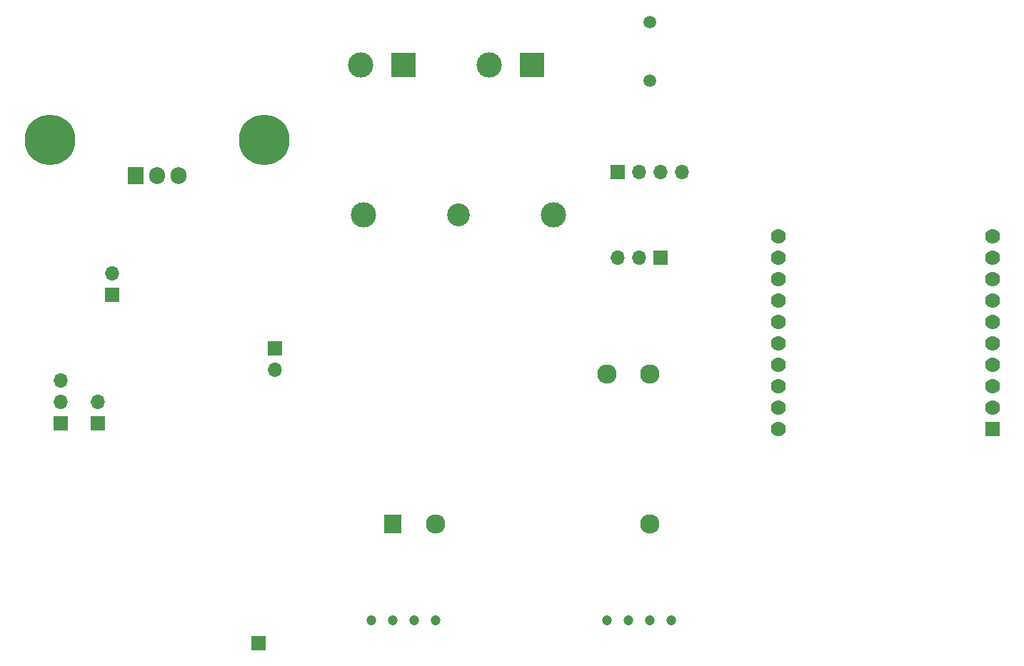
<source format=gbr>
%TF.GenerationSoftware,KiCad,Pcbnew,(7.0.0-0)*%
%TF.CreationDate,2023-11-16T12:34:27+01:00*%
%TF.ProjectId,bed-smart-plug,6265642d-736d-4617-9274-2d706c75672e,rev?*%
%TF.SameCoordinates,Original*%
%TF.FileFunction,Soldermask,Bot*%
%TF.FilePolarity,Negative*%
%FSLAX46Y46*%
G04 Gerber Fmt 4.6, Leading zero omitted, Abs format (unit mm)*
G04 Created by KiCad (PCBNEW (7.0.0-0)) date 2023-11-16 12:34:27*
%MOMM*%
%LPD*%
G01*
G04 APERTURE LIST*
%ADD10R,3.000000X3.000000*%
%ADD11C,3.000000*%
%ADD12R,1.700000X1.700000*%
%ADD13O,1.700000X1.700000*%
%ADD14C,1.200000*%
%ADD15C,6.000000*%
%ADD16R,2.000000X2.300000*%
%ADD17C,2.300000*%
%ADD18R,1.778000X1.778000*%
%ADD19C,1.778000*%
%ADD20C,1.500000*%
%ADD21R,1.905000X2.000000*%
%ADD22O,1.905000X2.000000*%
%ADD23C,2.700000*%
G04 APERTURE END LIST*
D10*
%TO.C,J9*%
X80009999Y-48259999D03*
D11*
X74930000Y-48260000D03*
%TD*%
D12*
%TO.C,J8*%
X45527499Y-75564999D03*
D13*
X45527499Y-73024999D03*
%TD*%
D12*
%TO.C,J2*%
X105409999Y-60959999D03*
D13*
X107949999Y-60959999D03*
X110489999Y-60959999D03*
X113029999Y-60959999D03*
%TD*%
D14*
%TO.C,U2*%
X76200000Y-114140000D03*
X78740000Y-114140000D03*
X81280000Y-114140000D03*
X83820000Y-114140000D03*
X104140000Y-114140000D03*
X106680000Y-114140000D03*
X109220000Y-114140000D03*
X111760000Y-114140000D03*
%TD*%
D12*
%TO.C,J6*%
X43814999Y-90794999D03*
D13*
X43814999Y-88254999D03*
%TD*%
D12*
%TO.C,AE1*%
X62864999Y-116839999D03*
%TD*%
D15*
%TO.C,HS1*%
X38100000Y-57150000D03*
X63500000Y-57150000D03*
%TD*%
D12*
%TO.C,J1*%
X110489999Y-71119999D03*
D13*
X107949999Y-71119999D03*
X105409999Y-71119999D03*
%TD*%
D16*
%TO.C,PS1*%
X78739999Y-102727499D03*
D17*
X83820000Y-102727500D03*
X109220000Y-102727500D03*
X109220000Y-84947500D03*
X104140000Y-84947500D03*
%TD*%
D18*
%TO.C,U1*%
X149859999Y-91439999D03*
D19*
X149860000Y-88900000D03*
X149860000Y-86360000D03*
X149860000Y-83820000D03*
X149860000Y-81280000D03*
X149860000Y-78740000D03*
X149860000Y-76200000D03*
X149860000Y-73660000D03*
X149860000Y-71120000D03*
X149860000Y-68580000D03*
X124460000Y-68580000D03*
X124460000Y-71120000D03*
X124460000Y-73660000D03*
X124460000Y-76200000D03*
X124460000Y-78740000D03*
X124460000Y-81280000D03*
X124460000Y-83820000D03*
X124460000Y-86360000D03*
X124460000Y-88900000D03*
X124460000Y-91440000D03*
%TD*%
D20*
%TO.C,J3*%
X109220000Y-43180000D03*
X109220000Y-50180000D03*
%TD*%
D21*
%TO.C,Q1*%
X48259999Y-61434999D03*
D22*
X50799999Y-61434999D03*
X53339999Y-61434999D03*
%TD*%
D12*
%TO.C,J5*%
X39369999Y-90804999D03*
D13*
X39369999Y-88264999D03*
X39369999Y-85724999D03*
%TD*%
D23*
%TO.C,F1*%
X86540000Y-66040000D03*
D11*
X97790000Y-66040000D03*
X75290000Y-66040000D03*
%TD*%
D12*
%TO.C,J4*%
X64769999Y-81914999D03*
D13*
X64769999Y-84454999D03*
%TD*%
D10*
%TO.C,J7*%
X95249999Y-48259999D03*
D11*
X90170000Y-48260000D03*
%TD*%
M02*

</source>
